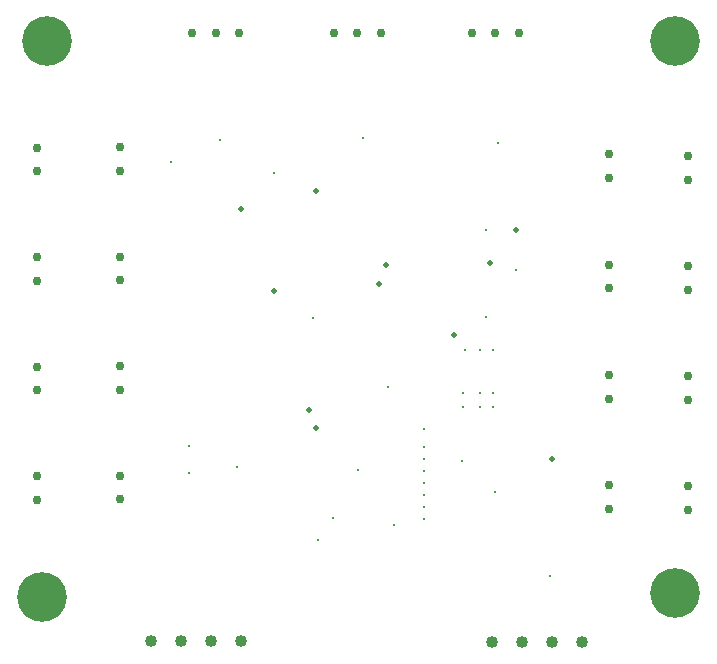
<source format=gbr>
%TF.GenerationSoftware,Altium Limited,Altium Designer,20.0.13 (296)*%
G04 Layer_Color=0*
%FSLAX25Y25*%
%MOIN*%
%TF.FileFunction,Plated,1,2,PTH,Drill*%
%TF.Part,Single*%
G01*
G75*
%TA.AperFunction,ComponentDrill*%
%ADD69C,0.04000*%
%ADD70C,0.16535*%
%ADD71C,0.03000*%
%ADD72C,0.03000*%
%TA.AperFunction,ViaDrill,NotFilled*%
%ADD73C,0.01968*%
%ADD74C,0.01181*%
D69*
X586500Y156000D02*
D03*
X566500D02*
D03*
X556500D02*
D03*
X576500D02*
D03*
X473000Y156500D02*
D03*
X453000D02*
D03*
X443000D02*
D03*
X463000D02*
D03*
D70*
X617500Y356500D02*
D03*
X408122D02*
D03*
X406500Y171000D02*
D03*
X617500Y172378D02*
D03*
D71*
X432500Y240126D02*
D03*
Y248000D02*
D03*
Y203626D02*
D03*
Y211500D02*
D03*
Y276626D02*
D03*
Y284500D02*
D03*
Y313126D02*
D03*
Y321000D02*
D03*
X405000Y203500D02*
D03*
Y211374D02*
D03*
Y240000D02*
D03*
Y247874D02*
D03*
Y313000D02*
D03*
Y320874D02*
D03*
Y276500D02*
D03*
Y284374D02*
D03*
X622000Y310209D02*
D03*
Y318083D02*
D03*
Y273500D02*
D03*
Y281374D02*
D03*
X595500Y310791D02*
D03*
Y318665D02*
D03*
Y274000D02*
D03*
Y281874D02*
D03*
Y237209D02*
D03*
Y245083D02*
D03*
X622000Y236791D02*
D03*
Y244665D02*
D03*
X595500Y200417D02*
D03*
Y208291D02*
D03*
X622000Y200083D02*
D03*
Y207957D02*
D03*
D72*
X565500Y359000D02*
D03*
X557626D02*
D03*
X549752D02*
D03*
X519500D02*
D03*
X511626D02*
D03*
X503752D02*
D03*
X472374D02*
D03*
X464500D02*
D03*
X456626D02*
D03*
D73*
X473000Y300500D02*
D03*
X498000Y227500D02*
D03*
X495500Y233500D02*
D03*
X497938Y306476D02*
D03*
X484000Y273000D02*
D03*
X556000Y282500D02*
D03*
X564500Y293500D02*
D03*
X544000Y258500D02*
D03*
X521215Y281785D02*
D03*
X519000Y275500D02*
D03*
X576500Y217000D02*
D03*
D74*
X534000Y221000D02*
D03*
Y217000D02*
D03*
X557500Y206000D02*
D03*
X534000Y227000D02*
D03*
X557000Y234500D02*
D03*
X552500D02*
D03*
X557000Y253500D02*
D03*
X552500D02*
D03*
X547500D02*
D03*
X552500Y239000D02*
D03*
X547000Y234500D02*
D03*
X557000Y239000D02*
D03*
X547000D02*
D03*
X534000Y213000D02*
D03*
Y201000D02*
D03*
Y209000D02*
D03*
Y197000D02*
D03*
Y205000D02*
D03*
X497000Y264000D02*
D03*
X466000Y323500D02*
D03*
X513500Y324000D02*
D03*
X558500Y322500D02*
D03*
X554500Y293500D02*
D03*
X564500Y280000D02*
D03*
X554500Y264500D02*
D03*
X546500Y216500D02*
D03*
X576000Y178000D02*
D03*
X455500Y221500D02*
D03*
Y212500D02*
D03*
X498500Y190000D02*
D03*
X484000Y312500D02*
D03*
X522000Y241000D02*
D03*
X471500Y214500D02*
D03*
X512000Y213500D02*
D03*
X449500Y316000D02*
D03*
X503500Y197500D02*
D03*
X524000Y195000D02*
D03*
%TF.MD5,55eba3bf12863c2b82bff120fc3abd40*%
M02*

</source>
